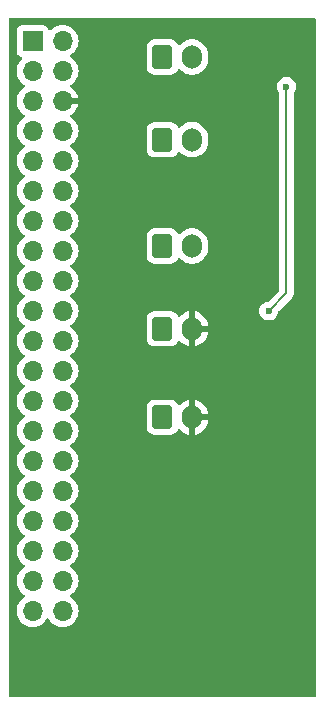
<source format=gbl>
G04 #@! TF.GenerationSoftware,KiCad,Pcbnew,8.0.1*
G04 #@! TF.CreationDate,2024-04-25T21:09:41-06:00*
G04 #@! TF.ProjectId,Small_PCB,536d616c-6c5f-4504-9342-2e6b69636164,rev?*
G04 #@! TF.SameCoordinates,Original*
G04 #@! TF.FileFunction,Copper,L2,Bot*
G04 #@! TF.FilePolarity,Positive*
%FSLAX46Y46*%
G04 Gerber Fmt 4.6, Leading zero omitted, Abs format (unit mm)*
G04 Created by KiCad (PCBNEW 8.0.1) date 2024-04-25 21:09:41*
%MOMM*%
%LPD*%
G01*
G04 APERTURE LIST*
G04 Aperture macros list*
%AMRoundRect*
0 Rectangle with rounded corners*
0 $1 Rounding radius*
0 $2 $3 $4 $5 $6 $7 $8 $9 X,Y pos of 4 corners*
0 Add a 4 corners polygon primitive as box body*
4,1,4,$2,$3,$4,$5,$6,$7,$8,$9,$2,$3,0*
0 Add four circle primitives for the rounded corners*
1,1,$1+$1,$2,$3*
1,1,$1+$1,$4,$5*
1,1,$1+$1,$6,$7*
1,1,$1+$1,$8,$9*
0 Add four rect primitives between the rounded corners*
20,1,$1+$1,$2,$3,$4,$5,0*
20,1,$1+$1,$4,$5,$6,$7,0*
20,1,$1+$1,$6,$7,$8,$9,0*
20,1,$1+$1,$8,$9,$2,$3,0*%
G04 Aperture macros list end*
G04 #@! TA.AperFunction,ComponentPad*
%ADD10RoundRect,0.250000X-0.600000X-0.750000X0.600000X-0.750000X0.600000X0.750000X-0.600000X0.750000X0*%
G04 #@! TD*
G04 #@! TA.AperFunction,ComponentPad*
%ADD11O,1.700000X2.000000*%
G04 #@! TD*
G04 #@! TA.AperFunction,ComponentPad*
%ADD12R,1.700000X1.700000*%
G04 #@! TD*
G04 #@! TA.AperFunction,ComponentPad*
%ADD13O,1.700000X1.700000*%
G04 #@! TD*
G04 #@! TA.AperFunction,ViaPad*
%ADD14C,0.600000*%
G04 #@! TD*
G04 #@! TA.AperFunction,Conductor*
%ADD15C,0.200000*%
G04 #@! TD*
G04 APERTURE END LIST*
D10*
X103500000Y-86335000D03*
D11*
X106000000Y-86335000D03*
D10*
X103500000Y-100835000D03*
D11*
X106000000Y-100835000D03*
D10*
X103500000Y-93335000D03*
D11*
X106000000Y-93335000D03*
D10*
X103500000Y-77335000D03*
D11*
X106000000Y-77335000D03*
D10*
X103500000Y-70335000D03*
D11*
X106000000Y-70335000D03*
D12*
X92500000Y-68960000D03*
D13*
X95040000Y-68960000D03*
X92500000Y-71500000D03*
X95040000Y-71500000D03*
X92500000Y-74040000D03*
X95040000Y-74040000D03*
X92500000Y-76580000D03*
X95040000Y-76580000D03*
X92500000Y-79120000D03*
X95040000Y-79120000D03*
X92500000Y-81660000D03*
X95040000Y-81660000D03*
X92500000Y-84200000D03*
X95040000Y-84200000D03*
X92500000Y-86740000D03*
X95040000Y-86740000D03*
X92500000Y-89280000D03*
X95040000Y-89280000D03*
X92500000Y-91820000D03*
X95040000Y-91820000D03*
X92500000Y-94360000D03*
X95040000Y-94360000D03*
X92500000Y-96900000D03*
X95040000Y-96900000D03*
X92500000Y-99440000D03*
X95040000Y-99440000D03*
X92500000Y-101980000D03*
X95040000Y-101980000D03*
X92500000Y-104520000D03*
X95040000Y-104520000D03*
X92500000Y-107060000D03*
X95040000Y-107060000D03*
X92500000Y-109600000D03*
X95040000Y-109600000D03*
X92500000Y-112140000D03*
X95040000Y-112140000D03*
X92500000Y-114680000D03*
X95040000Y-114680000D03*
X92500000Y-117220000D03*
X95040000Y-117220000D03*
D14*
X114000000Y-72835000D03*
X112500000Y-91835000D03*
D15*
X114000000Y-90335000D02*
X114000000Y-72835000D01*
X112500000Y-91835000D02*
X114000000Y-90335000D01*
G04 #@! TA.AperFunction,Conductor*
G36*
X116442539Y-67020185D02*
G01*
X116488294Y-67072989D01*
X116499500Y-67124500D01*
X116499500Y-124375500D01*
X116479815Y-124442539D01*
X116427011Y-124488294D01*
X116375500Y-124499500D01*
X90624500Y-124499500D01*
X90557461Y-124479815D01*
X90511706Y-124427011D01*
X90500500Y-124375500D01*
X90500500Y-117220000D01*
X91144341Y-117220000D01*
X91164936Y-117455403D01*
X91164938Y-117455413D01*
X91226094Y-117683655D01*
X91226096Y-117683659D01*
X91226097Y-117683663D01*
X91230000Y-117692032D01*
X91325965Y-117897830D01*
X91325967Y-117897834D01*
X91434281Y-118052521D01*
X91461505Y-118091401D01*
X91628599Y-118258495D01*
X91725384Y-118326265D01*
X91822165Y-118394032D01*
X91822167Y-118394033D01*
X91822170Y-118394035D01*
X92036337Y-118493903D01*
X92264592Y-118555063D01*
X92452918Y-118571539D01*
X92499999Y-118575659D01*
X92500000Y-118575659D01*
X92500001Y-118575659D01*
X92539234Y-118572226D01*
X92735408Y-118555063D01*
X92963663Y-118493903D01*
X93177830Y-118394035D01*
X93371401Y-118258495D01*
X93538495Y-118091401D01*
X93668425Y-117905842D01*
X93723002Y-117862217D01*
X93792500Y-117855023D01*
X93854855Y-117886546D01*
X93871575Y-117905842D01*
X94001500Y-118091395D01*
X94001505Y-118091401D01*
X94168599Y-118258495D01*
X94265384Y-118326265D01*
X94362165Y-118394032D01*
X94362167Y-118394033D01*
X94362170Y-118394035D01*
X94576337Y-118493903D01*
X94804592Y-118555063D01*
X94992918Y-118571539D01*
X95039999Y-118575659D01*
X95040000Y-118575659D01*
X95040001Y-118575659D01*
X95079234Y-118572226D01*
X95275408Y-118555063D01*
X95503663Y-118493903D01*
X95717830Y-118394035D01*
X95911401Y-118258495D01*
X96078495Y-118091401D01*
X96214035Y-117897830D01*
X96313903Y-117683663D01*
X96375063Y-117455408D01*
X96395659Y-117220000D01*
X96375063Y-116984592D01*
X96313903Y-116756337D01*
X96214035Y-116542171D01*
X96208425Y-116534158D01*
X96078494Y-116348597D01*
X95911402Y-116181506D01*
X95911396Y-116181501D01*
X95725842Y-116051575D01*
X95682217Y-115996998D01*
X95675023Y-115927500D01*
X95706546Y-115865145D01*
X95725842Y-115848425D01*
X95748026Y-115832891D01*
X95911401Y-115718495D01*
X96078495Y-115551401D01*
X96214035Y-115357830D01*
X96313903Y-115143663D01*
X96375063Y-114915408D01*
X96395659Y-114680000D01*
X96375063Y-114444592D01*
X96313903Y-114216337D01*
X96214035Y-114002171D01*
X96208425Y-113994158D01*
X96078494Y-113808597D01*
X95911402Y-113641506D01*
X95911396Y-113641501D01*
X95725842Y-113511575D01*
X95682217Y-113456998D01*
X95675023Y-113387500D01*
X95706546Y-113325145D01*
X95725842Y-113308425D01*
X95748026Y-113292891D01*
X95911401Y-113178495D01*
X96078495Y-113011401D01*
X96214035Y-112817830D01*
X96313903Y-112603663D01*
X96375063Y-112375408D01*
X96395659Y-112140000D01*
X96375063Y-111904592D01*
X96313903Y-111676337D01*
X96214035Y-111462171D01*
X96208425Y-111454158D01*
X96078494Y-111268597D01*
X95911402Y-111101506D01*
X95911396Y-111101501D01*
X95725842Y-110971575D01*
X95682217Y-110916998D01*
X95675023Y-110847500D01*
X95706546Y-110785145D01*
X95725842Y-110768425D01*
X95748026Y-110752891D01*
X95911401Y-110638495D01*
X96078495Y-110471401D01*
X96214035Y-110277830D01*
X96313903Y-110063663D01*
X96375063Y-109835408D01*
X96395659Y-109600000D01*
X96375063Y-109364592D01*
X96313903Y-109136337D01*
X96214035Y-108922171D01*
X96208425Y-108914158D01*
X96078494Y-108728597D01*
X95911402Y-108561506D01*
X95911396Y-108561501D01*
X95725842Y-108431575D01*
X95682217Y-108376998D01*
X95675023Y-108307500D01*
X95706546Y-108245145D01*
X95725842Y-108228425D01*
X95748026Y-108212891D01*
X95911401Y-108098495D01*
X96078495Y-107931401D01*
X96214035Y-107737830D01*
X96313903Y-107523663D01*
X96375063Y-107295408D01*
X96395659Y-107060000D01*
X96375063Y-106824592D01*
X96313903Y-106596337D01*
X96214035Y-106382171D01*
X96208425Y-106374158D01*
X96078494Y-106188597D01*
X95911402Y-106021506D01*
X95911396Y-106021501D01*
X95725842Y-105891575D01*
X95682217Y-105836998D01*
X95675023Y-105767500D01*
X95706546Y-105705145D01*
X95725842Y-105688425D01*
X95748026Y-105672891D01*
X95911401Y-105558495D01*
X96078495Y-105391401D01*
X96214035Y-105197830D01*
X96313903Y-104983663D01*
X96375063Y-104755408D01*
X96395659Y-104520000D01*
X96375063Y-104284592D01*
X96313903Y-104056337D01*
X96214035Y-103842171D01*
X96208425Y-103834158D01*
X96078494Y-103648597D01*
X95911402Y-103481506D01*
X95911396Y-103481501D01*
X95725842Y-103351575D01*
X95682217Y-103296998D01*
X95675023Y-103227500D01*
X95706546Y-103165145D01*
X95725842Y-103148425D01*
X95748026Y-103132891D01*
X95911401Y-103018495D01*
X96078495Y-102851401D01*
X96214035Y-102657830D01*
X96313903Y-102443663D01*
X96313905Y-102443651D01*
X96313908Y-102443647D01*
X96360485Y-102269814D01*
X96375063Y-102215408D01*
X96395659Y-101980000D01*
X96375063Y-101744592D01*
X96345699Y-101635001D01*
X102149500Y-101635001D01*
X102149501Y-101635018D01*
X102160000Y-101737796D01*
X102160001Y-101737799D01*
X102194031Y-101840493D01*
X102215186Y-101904334D01*
X102307288Y-102053656D01*
X102431344Y-102177712D01*
X102580666Y-102269814D01*
X102747203Y-102324999D01*
X102849991Y-102335500D01*
X104150008Y-102335499D01*
X104252797Y-102324999D01*
X104419334Y-102269814D01*
X104568656Y-102177712D01*
X104692712Y-102053656D01*
X104784814Y-101904334D01*
X104784814Y-101904331D01*
X104788448Y-101898441D01*
X104840395Y-101851716D01*
X104909358Y-101840493D01*
X104973440Y-101868336D01*
X104981668Y-101875856D01*
X105120535Y-102014723D01*
X105120540Y-102014727D01*
X105292442Y-102139620D01*
X105481782Y-102236095D01*
X105683871Y-102301757D01*
X105750000Y-102312231D01*
X105750000Y-101268012D01*
X105807007Y-101300925D01*
X105934174Y-101335000D01*
X106065826Y-101335000D01*
X106192993Y-101300925D01*
X106250000Y-101268012D01*
X106250000Y-102312230D01*
X106316126Y-102301757D01*
X106316129Y-102301757D01*
X106518217Y-102236095D01*
X106707557Y-102139620D01*
X106879459Y-102014727D01*
X106879464Y-102014723D01*
X107029723Y-101864464D01*
X107029727Y-101864459D01*
X107154620Y-101692557D01*
X107251095Y-101503217D01*
X107316757Y-101301130D01*
X107316757Y-101301127D01*
X107350000Y-101091246D01*
X107350000Y-101085000D01*
X106433012Y-101085000D01*
X106465925Y-101027993D01*
X106500000Y-100900826D01*
X106500000Y-100769174D01*
X106465925Y-100642007D01*
X106433012Y-100585000D01*
X107350000Y-100585000D01*
X107350000Y-100578753D01*
X107316757Y-100368872D01*
X107316757Y-100368869D01*
X107251095Y-100166782D01*
X107154620Y-99977442D01*
X107029727Y-99805540D01*
X107029723Y-99805535D01*
X106879464Y-99655276D01*
X106879459Y-99655272D01*
X106707557Y-99530379D01*
X106518215Y-99433903D01*
X106316124Y-99368241D01*
X106250000Y-99357768D01*
X106250000Y-100401988D01*
X106192993Y-100369075D01*
X106065826Y-100335000D01*
X105934174Y-100335000D01*
X105807007Y-100369075D01*
X105750000Y-100401988D01*
X105750000Y-99357768D01*
X105749999Y-99357768D01*
X105683875Y-99368241D01*
X105481784Y-99433903D01*
X105292442Y-99530379D01*
X105120541Y-99655271D01*
X104981668Y-99794144D01*
X104920345Y-99827628D01*
X104850653Y-99822644D01*
X104794720Y-99780772D01*
X104788448Y-99771558D01*
X104692712Y-99616344D01*
X104568657Y-99492289D01*
X104568656Y-99492288D01*
X104419334Y-99400186D01*
X104252797Y-99345001D01*
X104252795Y-99345000D01*
X104150010Y-99334500D01*
X102849998Y-99334500D01*
X102849981Y-99334501D01*
X102747203Y-99345000D01*
X102747200Y-99345001D01*
X102580668Y-99400185D01*
X102580663Y-99400187D01*
X102431342Y-99492289D01*
X102307289Y-99616342D01*
X102215187Y-99765663D01*
X102215185Y-99765668D01*
X102210180Y-99780772D01*
X102160001Y-99932203D01*
X102160001Y-99932204D01*
X102160000Y-99932204D01*
X102149500Y-100034983D01*
X102149500Y-101635001D01*
X96345699Y-101635001D01*
X96313903Y-101516337D01*
X96214035Y-101302171D01*
X96208425Y-101294158D01*
X96078494Y-101108597D01*
X95911402Y-100941506D01*
X95911396Y-100941501D01*
X95725842Y-100811575D01*
X95682217Y-100756998D01*
X95675023Y-100687500D01*
X95706546Y-100625145D01*
X95725842Y-100608425D01*
X95768218Y-100578753D01*
X95911401Y-100478495D01*
X96078495Y-100311401D01*
X96214035Y-100117830D01*
X96313903Y-99903663D01*
X96375063Y-99675408D01*
X96395659Y-99440000D01*
X96375063Y-99204592D01*
X96313903Y-98976337D01*
X96214035Y-98762171D01*
X96208425Y-98754158D01*
X96078494Y-98568597D01*
X95911402Y-98401506D01*
X95911396Y-98401501D01*
X95725842Y-98271575D01*
X95682217Y-98216998D01*
X95675023Y-98147500D01*
X95706546Y-98085145D01*
X95725842Y-98068425D01*
X95748026Y-98052891D01*
X95911401Y-97938495D01*
X96078495Y-97771401D01*
X96214035Y-97577830D01*
X96313903Y-97363663D01*
X96375063Y-97135408D01*
X96395659Y-96900000D01*
X96375063Y-96664592D01*
X96313903Y-96436337D01*
X96214035Y-96222171D01*
X96208425Y-96214158D01*
X96078494Y-96028597D01*
X95911402Y-95861506D01*
X95911396Y-95861501D01*
X95725842Y-95731575D01*
X95682217Y-95676998D01*
X95675023Y-95607500D01*
X95706546Y-95545145D01*
X95725842Y-95528425D01*
X95748026Y-95512891D01*
X95911401Y-95398495D01*
X96078495Y-95231401D01*
X96214035Y-95037830D01*
X96313903Y-94823663D01*
X96375063Y-94595408D01*
X96395659Y-94360000D01*
X96375974Y-94135001D01*
X102149500Y-94135001D01*
X102149501Y-94135018D01*
X102160000Y-94237796D01*
X102160001Y-94237799D01*
X102194031Y-94340493D01*
X102215186Y-94404334D01*
X102307288Y-94553656D01*
X102431344Y-94677712D01*
X102580666Y-94769814D01*
X102747203Y-94824999D01*
X102849991Y-94835500D01*
X104150008Y-94835499D01*
X104252797Y-94824999D01*
X104419334Y-94769814D01*
X104568656Y-94677712D01*
X104692712Y-94553656D01*
X104784814Y-94404334D01*
X104784814Y-94404331D01*
X104788448Y-94398441D01*
X104840395Y-94351716D01*
X104909358Y-94340493D01*
X104973440Y-94368336D01*
X104981668Y-94375856D01*
X105120535Y-94514723D01*
X105120540Y-94514727D01*
X105292442Y-94639620D01*
X105481782Y-94736095D01*
X105683871Y-94801757D01*
X105750000Y-94812231D01*
X105750000Y-93768012D01*
X105807007Y-93800925D01*
X105934174Y-93835000D01*
X106065826Y-93835000D01*
X106192993Y-93800925D01*
X106250000Y-93768012D01*
X106250000Y-94812230D01*
X106316126Y-94801757D01*
X106316129Y-94801757D01*
X106518217Y-94736095D01*
X106707557Y-94639620D01*
X106879459Y-94514727D01*
X106879464Y-94514723D01*
X107029723Y-94364464D01*
X107029727Y-94364459D01*
X107154620Y-94192557D01*
X107251095Y-94003217D01*
X107316757Y-93801130D01*
X107316757Y-93801127D01*
X107350000Y-93591246D01*
X107350000Y-93585000D01*
X106433012Y-93585000D01*
X106465925Y-93527993D01*
X106500000Y-93400826D01*
X106500000Y-93269174D01*
X106465925Y-93142007D01*
X106433012Y-93085000D01*
X107350000Y-93085000D01*
X107350000Y-93078753D01*
X107316757Y-92868872D01*
X107316757Y-92868869D01*
X107251095Y-92666782D01*
X107154620Y-92477442D01*
X107029727Y-92305540D01*
X107029723Y-92305535D01*
X106879464Y-92155276D01*
X106879459Y-92155272D01*
X106707557Y-92030379D01*
X106518215Y-91933903D01*
X106316124Y-91868241D01*
X106250000Y-91857768D01*
X106250000Y-92901988D01*
X106192993Y-92869075D01*
X106065826Y-92835000D01*
X105934174Y-92835000D01*
X105807007Y-92869075D01*
X105750000Y-92901988D01*
X105750000Y-91857768D01*
X105749999Y-91857768D01*
X105683875Y-91868241D01*
X105481784Y-91933903D01*
X105292442Y-92030379D01*
X105120541Y-92155271D01*
X104981668Y-92294144D01*
X104920345Y-92327628D01*
X104850653Y-92322644D01*
X104794720Y-92280772D01*
X104788448Y-92271558D01*
X104692712Y-92116344D01*
X104568657Y-91992289D01*
X104568656Y-91992288D01*
X104419334Y-91900186D01*
X104252797Y-91845001D01*
X104252795Y-91845000D01*
X104154934Y-91835003D01*
X111694435Y-91835003D01*
X111714630Y-92014249D01*
X111714631Y-92014254D01*
X111774211Y-92184523D01*
X111850252Y-92305540D01*
X111870184Y-92337262D01*
X111997738Y-92464816D01*
X112150478Y-92560789D01*
X112320745Y-92620368D01*
X112320750Y-92620369D01*
X112499996Y-92640565D01*
X112500000Y-92640565D01*
X112500004Y-92640565D01*
X112679249Y-92620369D01*
X112679252Y-92620368D01*
X112679255Y-92620368D01*
X112849522Y-92560789D01*
X113002262Y-92464816D01*
X113129816Y-92337262D01*
X113225789Y-92184522D01*
X113285368Y-92014255D01*
X113295161Y-91927329D01*
X113322226Y-91862918D01*
X113330690Y-91853543D01*
X114358506Y-90825728D01*
X114358511Y-90825724D01*
X114368714Y-90815520D01*
X114368716Y-90815520D01*
X114480520Y-90703716D01*
X114559577Y-90566784D01*
X114600500Y-90414057D01*
X114600500Y-73417412D01*
X114620185Y-73350373D01*
X114627555Y-73340097D01*
X114629810Y-73337267D01*
X114629816Y-73337262D01*
X114725789Y-73184522D01*
X114785368Y-73014255D01*
X114786761Y-73001891D01*
X114805565Y-72835003D01*
X114805565Y-72834996D01*
X114785369Y-72655750D01*
X114785368Y-72655745D01*
X114725789Y-72485478D01*
X114629816Y-72332738D01*
X114502262Y-72205184D01*
X114349523Y-72109211D01*
X114179254Y-72049631D01*
X114179249Y-72049630D01*
X114000004Y-72029435D01*
X113999996Y-72029435D01*
X113820750Y-72049630D01*
X113820745Y-72049631D01*
X113650476Y-72109211D01*
X113497737Y-72205184D01*
X113370184Y-72332737D01*
X113274211Y-72485476D01*
X113214631Y-72655745D01*
X113214630Y-72655750D01*
X113194435Y-72834996D01*
X113194435Y-72835003D01*
X113214630Y-73014249D01*
X113214631Y-73014254D01*
X113274211Y-73184523D01*
X113370185Y-73337263D01*
X113372445Y-73340097D01*
X113373334Y-73342275D01*
X113373889Y-73343158D01*
X113373734Y-73343255D01*
X113398855Y-73404783D01*
X113399500Y-73417412D01*
X113399500Y-90034902D01*
X113379815Y-90101941D01*
X113363181Y-90122583D01*
X112481465Y-91004298D01*
X112420142Y-91037783D01*
X112407668Y-91039837D01*
X112320750Y-91049630D01*
X112150478Y-91109210D01*
X111997737Y-91205184D01*
X111870184Y-91332737D01*
X111774211Y-91485476D01*
X111714631Y-91655745D01*
X111714630Y-91655750D01*
X111694435Y-91834996D01*
X111694435Y-91835003D01*
X104154934Y-91835003D01*
X104150010Y-91834500D01*
X102849998Y-91834500D01*
X102849981Y-91834501D01*
X102747203Y-91845000D01*
X102747200Y-91845001D01*
X102580668Y-91900185D01*
X102580663Y-91900187D01*
X102431342Y-91992289D01*
X102307289Y-92116342D01*
X102215187Y-92265663D01*
X102215185Y-92265668D01*
X102210180Y-92280772D01*
X102160001Y-92432203D01*
X102160001Y-92432204D01*
X102160000Y-92432204D01*
X102149500Y-92534983D01*
X102149500Y-94135001D01*
X96375974Y-94135001D01*
X96375063Y-94124592D01*
X96313903Y-93896337D01*
X96214035Y-93682171D01*
X96208425Y-93674158D01*
X96078494Y-93488597D01*
X95911402Y-93321506D01*
X95911396Y-93321501D01*
X95725842Y-93191575D01*
X95682217Y-93136998D01*
X95675023Y-93067500D01*
X95706546Y-93005145D01*
X95725842Y-92988425D01*
X95896291Y-92869075D01*
X95911401Y-92858495D01*
X96078495Y-92691401D01*
X96214035Y-92497830D01*
X96313903Y-92283663D01*
X96375063Y-92055408D01*
X96395659Y-91820000D01*
X96375063Y-91584592D01*
X96313903Y-91356337D01*
X96214035Y-91142171D01*
X96208425Y-91134158D01*
X96078494Y-90948597D01*
X95911402Y-90781506D01*
X95911396Y-90781501D01*
X95725842Y-90651575D01*
X95682217Y-90596998D01*
X95675023Y-90527500D01*
X95706546Y-90465145D01*
X95725842Y-90448425D01*
X95774927Y-90414055D01*
X95911401Y-90318495D01*
X96078495Y-90151401D01*
X96214035Y-89957830D01*
X96313903Y-89743663D01*
X96375063Y-89515408D01*
X96395659Y-89280000D01*
X96375063Y-89044592D01*
X96313903Y-88816337D01*
X96214035Y-88602171D01*
X96208425Y-88594158D01*
X96078494Y-88408597D01*
X95911402Y-88241506D01*
X95911396Y-88241501D01*
X95725842Y-88111575D01*
X95682217Y-88056998D01*
X95675023Y-87987500D01*
X95706546Y-87925145D01*
X95725842Y-87908425D01*
X95844986Y-87824999D01*
X95911401Y-87778495D01*
X96078495Y-87611401D01*
X96214035Y-87417830D01*
X96313903Y-87203663D01*
X96332301Y-87135001D01*
X102149500Y-87135001D01*
X102149501Y-87135018D01*
X102160000Y-87237796D01*
X102160001Y-87237799D01*
X102205473Y-87375023D01*
X102215186Y-87404334D01*
X102307288Y-87553656D01*
X102431344Y-87677712D01*
X102580666Y-87769814D01*
X102747203Y-87824999D01*
X102849991Y-87835500D01*
X104150008Y-87835499D01*
X104252797Y-87824999D01*
X104419334Y-87769814D01*
X104568656Y-87677712D01*
X104692712Y-87553656D01*
X104784814Y-87404334D01*
X104784814Y-87404331D01*
X104788178Y-87398879D01*
X104840126Y-87352154D01*
X104909088Y-87340931D01*
X104973170Y-87368774D01*
X104981398Y-87376294D01*
X105120213Y-87515109D01*
X105292179Y-87640048D01*
X105292181Y-87640049D01*
X105292184Y-87640051D01*
X105481588Y-87736557D01*
X105683757Y-87802246D01*
X105893713Y-87835500D01*
X105893714Y-87835500D01*
X106106286Y-87835500D01*
X106106287Y-87835500D01*
X106316243Y-87802246D01*
X106518412Y-87736557D01*
X106707816Y-87640051D01*
X106747258Y-87611395D01*
X106879786Y-87515109D01*
X106879788Y-87515106D01*
X106879792Y-87515104D01*
X107030104Y-87364792D01*
X107030106Y-87364788D01*
X107030109Y-87364786D01*
X107141090Y-87212032D01*
X107155051Y-87192816D01*
X107251557Y-87003412D01*
X107317246Y-86801243D01*
X107350500Y-86591287D01*
X107350500Y-86078713D01*
X107317246Y-85868757D01*
X107251557Y-85666588D01*
X107155051Y-85477184D01*
X107155049Y-85477181D01*
X107155048Y-85477179D01*
X107030109Y-85305213D01*
X106879786Y-85154890D01*
X106707820Y-85029951D01*
X106518414Y-84933444D01*
X106518413Y-84933443D01*
X106518412Y-84933443D01*
X106316243Y-84867754D01*
X106316241Y-84867753D01*
X106316240Y-84867753D01*
X106154957Y-84842208D01*
X106106287Y-84834500D01*
X105893713Y-84834500D01*
X105845042Y-84842208D01*
X105683760Y-84867753D01*
X105481585Y-84933444D01*
X105292179Y-85029951D01*
X105120215Y-85154889D01*
X104981398Y-85293706D01*
X104920075Y-85327190D01*
X104850383Y-85322206D01*
X104794450Y-85280334D01*
X104788178Y-85271120D01*
X104692712Y-85116344D01*
X104568657Y-84992289D01*
X104568656Y-84992288D01*
X104419334Y-84900186D01*
X104252797Y-84845001D01*
X104252795Y-84845000D01*
X104150010Y-84834500D01*
X102849998Y-84834500D01*
X102849981Y-84834501D01*
X102747203Y-84845000D01*
X102747200Y-84845001D01*
X102580668Y-84900185D01*
X102580663Y-84900187D01*
X102431342Y-84992289D01*
X102307289Y-85116342D01*
X102215187Y-85265663D01*
X102215185Y-85265668D01*
X102210325Y-85280334D01*
X102160001Y-85432203D01*
X102160001Y-85432204D01*
X102160000Y-85432204D01*
X102149500Y-85534983D01*
X102149500Y-87135001D01*
X96332301Y-87135001D01*
X96375063Y-86975408D01*
X96395659Y-86740000D01*
X96375063Y-86504592D01*
X96313903Y-86276337D01*
X96214035Y-86062171D01*
X96208425Y-86054158D01*
X96078494Y-85868597D01*
X95911402Y-85701506D01*
X95911396Y-85701501D01*
X95725842Y-85571575D01*
X95682217Y-85516998D01*
X95675023Y-85447500D01*
X95706546Y-85385145D01*
X95725842Y-85368425D01*
X95748026Y-85352891D01*
X95911401Y-85238495D01*
X96078495Y-85071401D01*
X96214035Y-84877830D01*
X96313903Y-84663663D01*
X96375063Y-84435408D01*
X96395659Y-84200000D01*
X96375063Y-83964592D01*
X96313903Y-83736337D01*
X96214035Y-83522171D01*
X96208425Y-83514158D01*
X96078494Y-83328597D01*
X95911402Y-83161506D01*
X95911396Y-83161501D01*
X95725842Y-83031575D01*
X95682217Y-82976998D01*
X95675023Y-82907500D01*
X95706546Y-82845145D01*
X95725842Y-82828425D01*
X95748026Y-82812891D01*
X95911401Y-82698495D01*
X96078495Y-82531401D01*
X96214035Y-82337830D01*
X96313903Y-82123663D01*
X96375063Y-81895408D01*
X96395659Y-81660000D01*
X96375063Y-81424592D01*
X96313903Y-81196337D01*
X96214035Y-80982171D01*
X96208425Y-80974158D01*
X96078494Y-80788597D01*
X95911402Y-80621506D01*
X95911396Y-80621501D01*
X95725842Y-80491575D01*
X95682217Y-80436998D01*
X95675023Y-80367500D01*
X95706546Y-80305145D01*
X95725842Y-80288425D01*
X95748026Y-80272891D01*
X95911401Y-80158495D01*
X96078495Y-79991401D01*
X96214035Y-79797830D01*
X96313903Y-79583663D01*
X96375063Y-79355408D01*
X96395659Y-79120000D01*
X96375063Y-78884592D01*
X96313903Y-78656337D01*
X96214035Y-78442171D01*
X96208425Y-78434158D01*
X96078494Y-78248597D01*
X95964897Y-78135001D01*
X102149500Y-78135001D01*
X102149501Y-78135018D01*
X102160000Y-78237796D01*
X102160001Y-78237799D01*
X102205894Y-78376294D01*
X102215186Y-78404334D01*
X102307288Y-78553656D01*
X102431344Y-78677712D01*
X102580666Y-78769814D01*
X102747203Y-78824999D01*
X102849991Y-78835500D01*
X104150008Y-78835499D01*
X104252797Y-78824999D01*
X104419334Y-78769814D01*
X104568656Y-78677712D01*
X104692712Y-78553656D01*
X104784814Y-78404334D01*
X104784814Y-78404331D01*
X104788178Y-78398879D01*
X104840126Y-78352154D01*
X104909088Y-78340931D01*
X104973170Y-78368774D01*
X104981398Y-78376294D01*
X105120213Y-78515109D01*
X105292179Y-78640048D01*
X105292181Y-78640049D01*
X105292184Y-78640051D01*
X105481588Y-78736557D01*
X105683757Y-78802246D01*
X105893713Y-78835500D01*
X105893714Y-78835500D01*
X106106286Y-78835500D01*
X106106287Y-78835500D01*
X106316243Y-78802246D01*
X106518412Y-78736557D01*
X106707816Y-78640051D01*
X106729789Y-78624086D01*
X106879786Y-78515109D01*
X106879788Y-78515106D01*
X106879792Y-78515104D01*
X107030104Y-78364792D01*
X107030106Y-78364788D01*
X107030109Y-78364786D01*
X107155048Y-78192820D01*
X107155047Y-78192820D01*
X107155051Y-78192816D01*
X107251557Y-78003412D01*
X107317246Y-77801243D01*
X107350500Y-77591287D01*
X107350500Y-77078713D01*
X107317246Y-76868757D01*
X107251557Y-76666588D01*
X107155051Y-76477184D01*
X107155049Y-76477181D01*
X107155048Y-76477179D01*
X107030109Y-76305213D01*
X106879786Y-76154890D01*
X106707820Y-76029951D01*
X106518414Y-75933444D01*
X106518413Y-75933443D01*
X106518412Y-75933443D01*
X106316243Y-75867754D01*
X106316241Y-75867753D01*
X106316240Y-75867753D01*
X106154957Y-75842208D01*
X106106287Y-75834500D01*
X105893713Y-75834500D01*
X105845042Y-75842208D01*
X105683760Y-75867753D01*
X105481585Y-75933444D01*
X105292179Y-76029951D01*
X105120215Y-76154889D01*
X104981398Y-76293706D01*
X104920075Y-76327190D01*
X104850383Y-76322206D01*
X104794450Y-76280334D01*
X104788178Y-76271120D01*
X104692712Y-76116344D01*
X104568657Y-75992289D01*
X104568656Y-75992288D01*
X104440845Y-75913454D01*
X104419336Y-75900187D01*
X104419331Y-75900185D01*
X104401143Y-75894158D01*
X104252797Y-75845001D01*
X104252795Y-75845000D01*
X104150010Y-75834500D01*
X102849998Y-75834500D01*
X102849981Y-75834501D01*
X102747203Y-75845000D01*
X102747200Y-75845001D01*
X102580668Y-75900185D01*
X102580663Y-75900187D01*
X102431342Y-75992289D01*
X102307289Y-76116342D01*
X102215187Y-76265663D01*
X102215185Y-76265668D01*
X102210325Y-76280334D01*
X102160001Y-76432203D01*
X102160001Y-76432204D01*
X102160000Y-76432204D01*
X102149500Y-76534983D01*
X102149500Y-78135001D01*
X95964897Y-78135001D01*
X95911402Y-78081506D01*
X95911396Y-78081501D01*
X95725842Y-77951575D01*
X95682217Y-77896998D01*
X95675023Y-77827500D01*
X95706546Y-77765145D01*
X95725842Y-77748425D01*
X95748026Y-77732891D01*
X95911401Y-77618495D01*
X96078495Y-77451401D01*
X96214035Y-77257830D01*
X96313903Y-77043663D01*
X96375063Y-76815408D01*
X96395659Y-76580000D01*
X96375063Y-76344592D01*
X96313903Y-76116337D01*
X96214035Y-75902171D01*
X96212645Y-75900185D01*
X96078494Y-75708597D01*
X95911402Y-75541506D01*
X95911401Y-75541505D01*
X95725405Y-75411269D01*
X95681781Y-75356692D01*
X95674588Y-75287193D01*
X95706110Y-75224839D01*
X95725405Y-75208119D01*
X95911082Y-75078105D01*
X96078105Y-74911082D01*
X96213600Y-74717578D01*
X96313429Y-74503492D01*
X96313432Y-74503486D01*
X96370636Y-74290000D01*
X95473012Y-74290000D01*
X95505925Y-74232993D01*
X95540000Y-74105826D01*
X95540000Y-73974174D01*
X95505925Y-73847007D01*
X95473012Y-73790000D01*
X96370636Y-73790000D01*
X96370635Y-73789999D01*
X96313432Y-73576513D01*
X96313429Y-73576507D01*
X96213600Y-73362422D01*
X96213599Y-73362420D01*
X96078113Y-73168926D01*
X96078108Y-73168920D01*
X95911078Y-73001890D01*
X95725405Y-72871879D01*
X95681780Y-72817302D01*
X95674588Y-72747804D01*
X95706110Y-72685449D01*
X95725406Y-72668730D01*
X95725842Y-72668425D01*
X95911401Y-72538495D01*
X96078495Y-72371401D01*
X96214035Y-72177830D01*
X96313903Y-71963663D01*
X96375063Y-71735408D01*
X96395659Y-71500000D01*
X96375063Y-71264592D01*
X96340340Y-71135001D01*
X102149500Y-71135001D01*
X102149501Y-71135018D01*
X102160000Y-71237796D01*
X102160001Y-71237799D01*
X102205894Y-71376294D01*
X102215186Y-71404334D01*
X102307288Y-71553656D01*
X102431344Y-71677712D01*
X102580666Y-71769814D01*
X102747203Y-71824999D01*
X102849991Y-71835500D01*
X104150008Y-71835499D01*
X104252797Y-71824999D01*
X104419334Y-71769814D01*
X104568656Y-71677712D01*
X104692712Y-71553656D01*
X104784814Y-71404334D01*
X104784814Y-71404331D01*
X104788178Y-71398879D01*
X104840126Y-71352154D01*
X104909088Y-71340931D01*
X104973170Y-71368774D01*
X104981398Y-71376294D01*
X105120213Y-71515109D01*
X105292179Y-71640048D01*
X105292181Y-71640049D01*
X105292184Y-71640051D01*
X105481588Y-71736557D01*
X105683757Y-71802246D01*
X105893713Y-71835500D01*
X105893714Y-71835500D01*
X106106286Y-71835500D01*
X106106287Y-71835500D01*
X106316243Y-71802246D01*
X106518412Y-71736557D01*
X106707816Y-71640051D01*
X106729789Y-71624086D01*
X106879786Y-71515109D01*
X106879788Y-71515106D01*
X106879792Y-71515104D01*
X107030104Y-71364792D01*
X107030106Y-71364788D01*
X107030109Y-71364786D01*
X107155048Y-71192820D01*
X107155047Y-71192820D01*
X107155051Y-71192816D01*
X107251557Y-71003412D01*
X107317246Y-70801243D01*
X107350500Y-70591287D01*
X107350500Y-70078713D01*
X107317246Y-69868757D01*
X107251557Y-69666588D01*
X107155051Y-69477184D01*
X107155049Y-69477181D01*
X107155048Y-69477179D01*
X107030109Y-69305213D01*
X106879786Y-69154890D01*
X106707820Y-69029951D01*
X106518414Y-68933444D01*
X106518413Y-68933443D01*
X106518412Y-68933443D01*
X106316243Y-68867754D01*
X106316241Y-68867753D01*
X106316240Y-68867753D01*
X106154957Y-68842208D01*
X106106287Y-68834500D01*
X105893713Y-68834500D01*
X105845042Y-68842208D01*
X105683760Y-68867753D01*
X105481585Y-68933444D01*
X105292179Y-69029951D01*
X105120215Y-69154889D01*
X104981398Y-69293706D01*
X104920075Y-69327190D01*
X104850383Y-69322206D01*
X104794450Y-69280334D01*
X104788178Y-69271120D01*
X104692712Y-69116344D01*
X104568657Y-68992289D01*
X104568656Y-68992288D01*
X104419334Y-68900186D01*
X104252797Y-68845001D01*
X104252795Y-68845000D01*
X104150010Y-68834500D01*
X102849998Y-68834500D01*
X102849981Y-68834501D01*
X102747203Y-68845000D01*
X102747200Y-68845001D01*
X102580668Y-68900185D01*
X102580663Y-68900187D01*
X102431342Y-68992289D01*
X102307289Y-69116342D01*
X102215187Y-69265663D01*
X102215185Y-69265668D01*
X102210325Y-69280334D01*
X102160001Y-69432203D01*
X102160001Y-69432204D01*
X102160000Y-69432204D01*
X102149500Y-69534983D01*
X102149500Y-71135001D01*
X96340340Y-71135001D01*
X96313903Y-71036337D01*
X96214035Y-70822171D01*
X96208425Y-70814158D01*
X96078494Y-70628597D01*
X95911402Y-70461506D01*
X95911396Y-70461501D01*
X95725842Y-70331575D01*
X95682217Y-70276998D01*
X95675023Y-70207500D01*
X95706546Y-70145145D01*
X95725842Y-70128425D01*
X95796838Y-70078713D01*
X95911401Y-69998495D01*
X96078495Y-69831401D01*
X96214035Y-69637830D01*
X96313903Y-69423663D01*
X96375063Y-69195408D01*
X96395659Y-68960000D01*
X96375063Y-68724592D01*
X96313903Y-68496337D01*
X96214035Y-68282171D01*
X96078495Y-68088599D01*
X96078494Y-68088597D01*
X95911402Y-67921506D01*
X95911395Y-67921501D01*
X95717834Y-67785967D01*
X95717830Y-67785965D01*
X95717828Y-67785964D01*
X95503663Y-67686097D01*
X95503659Y-67686096D01*
X95503655Y-67686094D01*
X95275413Y-67624938D01*
X95275403Y-67624936D01*
X95040001Y-67604341D01*
X95039999Y-67604341D01*
X94804596Y-67624936D01*
X94804586Y-67624938D01*
X94576344Y-67686094D01*
X94576335Y-67686098D01*
X94362171Y-67785964D01*
X94362169Y-67785965D01*
X94168600Y-67921503D01*
X94046673Y-68043430D01*
X93985350Y-68076914D01*
X93915658Y-68071930D01*
X93859725Y-68030058D01*
X93842810Y-67999081D01*
X93793797Y-67867671D01*
X93793793Y-67867664D01*
X93707547Y-67752455D01*
X93707544Y-67752452D01*
X93592335Y-67666206D01*
X93592328Y-67666202D01*
X93457482Y-67615908D01*
X93457483Y-67615908D01*
X93397883Y-67609501D01*
X93397881Y-67609500D01*
X93397873Y-67609500D01*
X93397864Y-67609500D01*
X91602129Y-67609500D01*
X91602123Y-67609501D01*
X91542516Y-67615908D01*
X91407671Y-67666202D01*
X91407664Y-67666206D01*
X91292455Y-67752452D01*
X91292452Y-67752455D01*
X91206206Y-67867664D01*
X91206202Y-67867671D01*
X91155908Y-68002517D01*
X91149501Y-68062116D01*
X91149500Y-68062135D01*
X91149500Y-69857870D01*
X91149501Y-69857876D01*
X91155908Y-69917483D01*
X91206202Y-70052328D01*
X91206206Y-70052335D01*
X91292452Y-70167544D01*
X91292455Y-70167547D01*
X91407664Y-70253793D01*
X91407671Y-70253797D01*
X91539081Y-70302810D01*
X91595015Y-70344681D01*
X91619432Y-70410145D01*
X91604580Y-70478418D01*
X91583430Y-70506673D01*
X91461503Y-70628600D01*
X91325965Y-70822169D01*
X91325964Y-70822171D01*
X91226098Y-71036335D01*
X91226094Y-71036344D01*
X91164938Y-71264586D01*
X91164936Y-71264596D01*
X91144341Y-71499999D01*
X91144341Y-71500000D01*
X91164936Y-71735403D01*
X91164938Y-71735413D01*
X91226094Y-71963655D01*
X91226096Y-71963659D01*
X91226097Y-71963663D01*
X91306004Y-72135023D01*
X91325965Y-72177830D01*
X91325967Y-72177834D01*
X91345118Y-72205184D01*
X91461501Y-72371396D01*
X91461506Y-72371402D01*
X91628597Y-72538493D01*
X91628603Y-72538498D01*
X91814158Y-72668425D01*
X91857783Y-72723002D01*
X91864977Y-72792500D01*
X91833454Y-72854855D01*
X91814158Y-72871575D01*
X91628597Y-73001505D01*
X91461505Y-73168597D01*
X91325965Y-73362169D01*
X91325964Y-73362171D01*
X91226098Y-73576335D01*
X91226094Y-73576344D01*
X91164938Y-73804586D01*
X91164936Y-73804596D01*
X91144341Y-74039999D01*
X91144341Y-74040000D01*
X91164936Y-74275403D01*
X91164938Y-74275413D01*
X91226094Y-74503655D01*
X91226096Y-74503659D01*
X91226097Y-74503663D01*
X91309155Y-74681781D01*
X91325965Y-74717830D01*
X91325967Y-74717834D01*
X91434281Y-74872521D01*
X91461501Y-74911396D01*
X91461506Y-74911402D01*
X91628597Y-75078493D01*
X91628603Y-75078498D01*
X91814158Y-75208425D01*
X91857783Y-75263002D01*
X91864977Y-75332500D01*
X91833454Y-75394855D01*
X91814158Y-75411575D01*
X91628597Y-75541505D01*
X91461505Y-75708597D01*
X91325965Y-75902169D01*
X91325964Y-75902171D01*
X91226098Y-76116335D01*
X91226094Y-76116344D01*
X91164938Y-76344586D01*
X91164936Y-76344596D01*
X91144341Y-76579999D01*
X91144341Y-76580000D01*
X91164936Y-76815403D01*
X91164938Y-76815413D01*
X91226094Y-77043655D01*
X91226096Y-77043659D01*
X91226097Y-77043663D01*
X91306004Y-77215023D01*
X91325965Y-77257830D01*
X91325967Y-77257834D01*
X91434281Y-77412521D01*
X91461501Y-77451396D01*
X91461506Y-77451402D01*
X91628597Y-77618493D01*
X91628603Y-77618498D01*
X91814158Y-77748425D01*
X91857783Y-77803002D01*
X91864977Y-77872500D01*
X91833454Y-77934855D01*
X91814158Y-77951575D01*
X91628597Y-78081505D01*
X91461505Y-78248597D01*
X91325965Y-78442169D01*
X91325964Y-78442171D01*
X91226098Y-78656335D01*
X91226094Y-78656344D01*
X91164938Y-78884586D01*
X91164936Y-78884596D01*
X91144341Y-79119999D01*
X91144341Y-79120000D01*
X91164936Y-79355403D01*
X91164938Y-79355413D01*
X91226094Y-79583655D01*
X91226096Y-79583659D01*
X91226097Y-79583663D01*
X91230000Y-79592032D01*
X91325965Y-79797830D01*
X91325967Y-79797834D01*
X91434281Y-79952521D01*
X91461501Y-79991396D01*
X91461506Y-79991402D01*
X91628597Y-80158493D01*
X91628603Y-80158498D01*
X91814158Y-80288425D01*
X91857783Y-80343002D01*
X91864977Y-80412500D01*
X91833454Y-80474855D01*
X91814158Y-80491575D01*
X91628597Y-80621505D01*
X91461505Y-80788597D01*
X91325965Y-80982169D01*
X91325964Y-80982171D01*
X91226098Y-81196335D01*
X91226094Y-81196344D01*
X91164938Y-81424586D01*
X91164936Y-81424596D01*
X91144341Y-81659999D01*
X91144341Y-81660000D01*
X91164936Y-81895403D01*
X91164938Y-81895413D01*
X91226094Y-82123655D01*
X91226096Y-82123659D01*
X91226097Y-82123663D01*
X91230000Y-82132032D01*
X91325965Y-82337830D01*
X91325967Y-82337834D01*
X91434281Y-82492521D01*
X91461501Y-82531396D01*
X91461506Y-82531402D01*
X91628597Y-82698493D01*
X91628603Y-82698498D01*
X91814158Y-82828425D01*
X91857783Y-82883002D01*
X91864977Y-82952500D01*
X91833454Y-83014855D01*
X91814158Y-83031575D01*
X91628597Y-83161505D01*
X91461505Y-83328597D01*
X91325965Y-83522169D01*
X91325964Y-83522171D01*
X91226098Y-83736335D01*
X91226094Y-83736344D01*
X91164938Y-83964586D01*
X91164936Y-83964596D01*
X91144341Y-84199999D01*
X91144341Y-84200000D01*
X91164936Y-84435403D01*
X91164938Y-84435413D01*
X91226094Y-84663655D01*
X91226096Y-84663659D01*
X91226097Y-84663663D01*
X91230000Y-84672032D01*
X91325965Y-84877830D01*
X91325967Y-84877834D01*
X91364906Y-84933444D01*
X91461501Y-85071396D01*
X91461506Y-85071402D01*
X91628597Y-85238493D01*
X91628603Y-85238498D01*
X91814158Y-85368425D01*
X91857783Y-85423002D01*
X91864977Y-85492500D01*
X91833454Y-85554855D01*
X91814158Y-85571575D01*
X91628597Y-85701505D01*
X91461505Y-85868597D01*
X91325965Y-86062169D01*
X91325964Y-86062171D01*
X91226098Y-86276335D01*
X91226094Y-86276344D01*
X91164938Y-86504586D01*
X91164936Y-86504596D01*
X91144341Y-86739999D01*
X91144341Y-86740000D01*
X91164936Y-86975403D01*
X91164938Y-86975413D01*
X91226094Y-87203655D01*
X91226096Y-87203659D01*
X91226097Y-87203663D01*
X91230000Y-87212032D01*
X91325965Y-87417830D01*
X91325967Y-87417834D01*
X91421071Y-87553655D01*
X91461501Y-87611396D01*
X91461506Y-87611402D01*
X91628597Y-87778493D01*
X91628603Y-87778498D01*
X91814158Y-87908425D01*
X91857783Y-87963002D01*
X91864977Y-88032500D01*
X91833454Y-88094855D01*
X91814158Y-88111575D01*
X91628597Y-88241505D01*
X91461505Y-88408597D01*
X91325965Y-88602169D01*
X91325964Y-88602171D01*
X91226098Y-88816335D01*
X91226094Y-88816344D01*
X91164938Y-89044586D01*
X91164936Y-89044596D01*
X91144341Y-89279999D01*
X91144341Y-89280000D01*
X91164936Y-89515403D01*
X91164938Y-89515413D01*
X91226094Y-89743655D01*
X91226096Y-89743659D01*
X91226097Y-89743663D01*
X91230000Y-89752032D01*
X91325965Y-89957830D01*
X91325967Y-89957834D01*
X91379931Y-90034902D01*
X91461501Y-90151396D01*
X91461506Y-90151402D01*
X91628597Y-90318493D01*
X91628603Y-90318498D01*
X91814158Y-90448425D01*
X91857783Y-90503002D01*
X91864977Y-90572500D01*
X91833454Y-90634855D01*
X91814158Y-90651575D01*
X91628597Y-90781505D01*
X91461505Y-90948597D01*
X91325965Y-91142169D01*
X91325964Y-91142171D01*
X91226098Y-91356335D01*
X91226094Y-91356344D01*
X91164938Y-91584586D01*
X91164936Y-91584596D01*
X91144341Y-91819999D01*
X91144341Y-91820000D01*
X91164936Y-92055403D01*
X91164938Y-92055413D01*
X91226094Y-92283655D01*
X91226096Y-92283659D01*
X91226097Y-92283663D01*
X91251091Y-92337262D01*
X91325965Y-92497830D01*
X91325967Y-92497834D01*
X91370049Y-92560789D01*
X91461501Y-92691396D01*
X91461506Y-92691402D01*
X91628597Y-92858493D01*
X91628603Y-92858498D01*
X91814158Y-92988425D01*
X91857783Y-93043002D01*
X91864977Y-93112500D01*
X91833454Y-93174855D01*
X91814158Y-93191575D01*
X91628597Y-93321505D01*
X91461505Y-93488597D01*
X91325965Y-93682169D01*
X91325964Y-93682171D01*
X91226098Y-93896335D01*
X91226094Y-93896344D01*
X91164938Y-94124586D01*
X91164936Y-94124596D01*
X91144341Y-94359999D01*
X91144341Y-94360000D01*
X91164936Y-94595403D01*
X91164938Y-94595413D01*
X91226094Y-94823655D01*
X91226096Y-94823659D01*
X91226097Y-94823663D01*
X91231617Y-94835500D01*
X91325965Y-95037830D01*
X91325967Y-95037834D01*
X91434281Y-95192521D01*
X91461501Y-95231396D01*
X91461506Y-95231402D01*
X91628597Y-95398493D01*
X91628603Y-95398498D01*
X91814158Y-95528425D01*
X91857783Y-95583002D01*
X91864977Y-95652500D01*
X91833454Y-95714855D01*
X91814158Y-95731575D01*
X91628597Y-95861505D01*
X91461505Y-96028597D01*
X91325965Y-96222169D01*
X91325964Y-96222171D01*
X91226098Y-96436335D01*
X91226094Y-96436344D01*
X91164938Y-96664586D01*
X91164936Y-96664596D01*
X91144341Y-96899999D01*
X91144341Y-96900000D01*
X91164936Y-97135403D01*
X91164938Y-97135413D01*
X91226094Y-97363655D01*
X91226096Y-97363659D01*
X91226097Y-97363663D01*
X91230000Y-97372032D01*
X91325965Y-97577830D01*
X91325967Y-97577834D01*
X91434281Y-97732521D01*
X91461501Y-97771396D01*
X91461506Y-97771402D01*
X91628597Y-97938493D01*
X91628603Y-97938498D01*
X91814158Y-98068425D01*
X91857783Y-98123002D01*
X91864977Y-98192500D01*
X91833454Y-98254855D01*
X91814158Y-98271575D01*
X91628597Y-98401505D01*
X91461505Y-98568597D01*
X91325965Y-98762169D01*
X91325964Y-98762171D01*
X91226098Y-98976335D01*
X91226094Y-98976344D01*
X91164938Y-99204586D01*
X91164936Y-99204596D01*
X91144341Y-99439999D01*
X91144341Y-99440000D01*
X91164936Y-99675403D01*
X91164938Y-99675413D01*
X91226094Y-99903655D01*
X91226096Y-99903659D01*
X91226097Y-99903663D01*
X91287337Y-100034992D01*
X91325965Y-100117830D01*
X91325967Y-100117834D01*
X91434281Y-100272521D01*
X91461501Y-100311396D01*
X91461506Y-100311402D01*
X91628597Y-100478493D01*
X91628603Y-100478498D01*
X91814158Y-100608425D01*
X91857783Y-100663002D01*
X91864977Y-100732500D01*
X91833454Y-100794855D01*
X91814158Y-100811575D01*
X91628597Y-100941505D01*
X91461505Y-101108597D01*
X91325965Y-101302169D01*
X91325964Y-101302171D01*
X91226098Y-101516335D01*
X91226094Y-101516344D01*
X91164938Y-101744586D01*
X91164936Y-101744596D01*
X91144341Y-101979999D01*
X91144341Y-101980000D01*
X91164936Y-102215403D01*
X91164938Y-102215413D01*
X91226092Y-102443647D01*
X91226094Y-102443655D01*
X91226097Y-102443663D01*
X91230000Y-102452032D01*
X91325965Y-102657830D01*
X91325967Y-102657834D01*
X91434281Y-102812521D01*
X91461501Y-102851396D01*
X91461506Y-102851402D01*
X91628597Y-103018493D01*
X91628603Y-103018498D01*
X91814158Y-103148425D01*
X91857783Y-103203002D01*
X91864977Y-103272500D01*
X91833454Y-103334855D01*
X91814158Y-103351575D01*
X91628597Y-103481505D01*
X91461505Y-103648597D01*
X91325965Y-103842169D01*
X91325964Y-103842171D01*
X91226098Y-104056335D01*
X91226094Y-104056344D01*
X91164938Y-104284586D01*
X91164936Y-104284596D01*
X91144341Y-104519999D01*
X91144341Y-104520000D01*
X91164936Y-104755403D01*
X91164938Y-104755413D01*
X91226094Y-104983655D01*
X91226096Y-104983659D01*
X91226097Y-104983663D01*
X91230000Y-104992032D01*
X91325965Y-105197830D01*
X91325967Y-105197834D01*
X91434281Y-105352521D01*
X91461501Y-105391396D01*
X91461506Y-105391402D01*
X91628597Y-105558493D01*
X91628603Y-105558498D01*
X91814158Y-105688425D01*
X91857783Y-105743002D01*
X91864977Y-105812500D01*
X91833454Y-105874855D01*
X91814158Y-105891575D01*
X91628597Y-106021505D01*
X91461505Y-106188597D01*
X91325965Y-106382169D01*
X91325964Y-106382171D01*
X91226098Y-106596335D01*
X91226094Y-106596344D01*
X91164938Y-106824586D01*
X91164936Y-106824596D01*
X91144341Y-107059999D01*
X91144341Y-107060000D01*
X91164936Y-107295403D01*
X91164938Y-107295413D01*
X91226094Y-107523655D01*
X91226096Y-107523659D01*
X91226097Y-107523663D01*
X91230000Y-107532032D01*
X91325965Y-107737830D01*
X91325967Y-107737834D01*
X91434281Y-107892521D01*
X91461501Y-107931396D01*
X91461506Y-107931402D01*
X91628597Y-108098493D01*
X91628603Y-108098498D01*
X91814158Y-108228425D01*
X91857783Y-108283002D01*
X91864977Y-108352500D01*
X91833454Y-108414855D01*
X91814158Y-108431575D01*
X91628597Y-108561505D01*
X91461505Y-108728597D01*
X91325965Y-108922169D01*
X91325964Y-108922171D01*
X91226098Y-109136335D01*
X91226094Y-109136344D01*
X91164938Y-109364586D01*
X91164936Y-109364596D01*
X91144341Y-109599999D01*
X91144341Y-109600000D01*
X91164936Y-109835403D01*
X91164938Y-109835413D01*
X91226094Y-110063655D01*
X91226096Y-110063659D01*
X91226097Y-110063663D01*
X91230000Y-110072032D01*
X91325965Y-110277830D01*
X91325967Y-110277834D01*
X91434281Y-110432521D01*
X91461501Y-110471396D01*
X91461506Y-110471402D01*
X91628597Y-110638493D01*
X91628603Y-110638498D01*
X91814158Y-110768425D01*
X91857783Y-110823002D01*
X91864977Y-110892500D01*
X91833454Y-110954855D01*
X91814158Y-110971575D01*
X91628597Y-111101505D01*
X91461505Y-111268597D01*
X91325965Y-111462169D01*
X91325964Y-111462171D01*
X91226098Y-111676335D01*
X91226094Y-111676344D01*
X91164938Y-111904586D01*
X91164936Y-111904596D01*
X91144341Y-112139999D01*
X91144341Y-112140000D01*
X91164936Y-112375403D01*
X91164938Y-112375413D01*
X91226094Y-112603655D01*
X91226096Y-112603659D01*
X91226097Y-112603663D01*
X91230000Y-112612032D01*
X91325965Y-112817830D01*
X91325967Y-112817834D01*
X91434281Y-112972521D01*
X91461501Y-113011396D01*
X91461506Y-113011402D01*
X91628597Y-113178493D01*
X91628603Y-113178498D01*
X91814158Y-113308425D01*
X91857783Y-113363002D01*
X91864977Y-113432500D01*
X91833454Y-113494855D01*
X91814158Y-113511575D01*
X91628597Y-113641505D01*
X91461505Y-113808597D01*
X91325965Y-114002169D01*
X91325964Y-114002171D01*
X91226098Y-114216335D01*
X91226094Y-114216344D01*
X91164938Y-114444586D01*
X91164936Y-114444596D01*
X91144341Y-114679999D01*
X91144341Y-114680000D01*
X91164936Y-114915403D01*
X91164938Y-114915413D01*
X91226094Y-115143655D01*
X91226096Y-115143659D01*
X91226097Y-115143663D01*
X91230000Y-115152032D01*
X91325965Y-115357830D01*
X91325967Y-115357834D01*
X91434281Y-115512521D01*
X91461501Y-115551396D01*
X91461506Y-115551402D01*
X91628597Y-115718493D01*
X91628603Y-115718498D01*
X91814158Y-115848425D01*
X91857783Y-115903002D01*
X91864977Y-115972500D01*
X91833454Y-116034855D01*
X91814158Y-116051575D01*
X91628597Y-116181505D01*
X91461505Y-116348597D01*
X91325965Y-116542169D01*
X91325964Y-116542171D01*
X91226098Y-116756335D01*
X91226094Y-116756344D01*
X91164938Y-116984586D01*
X91164936Y-116984596D01*
X91144341Y-117219999D01*
X91144341Y-117220000D01*
X90500500Y-117220000D01*
X90500500Y-67124500D01*
X90520185Y-67057461D01*
X90572989Y-67011706D01*
X90624500Y-67000500D01*
X116375500Y-67000500D01*
X116442539Y-67020185D01*
G37*
G04 #@! TD.AperFunction*
M02*

</source>
